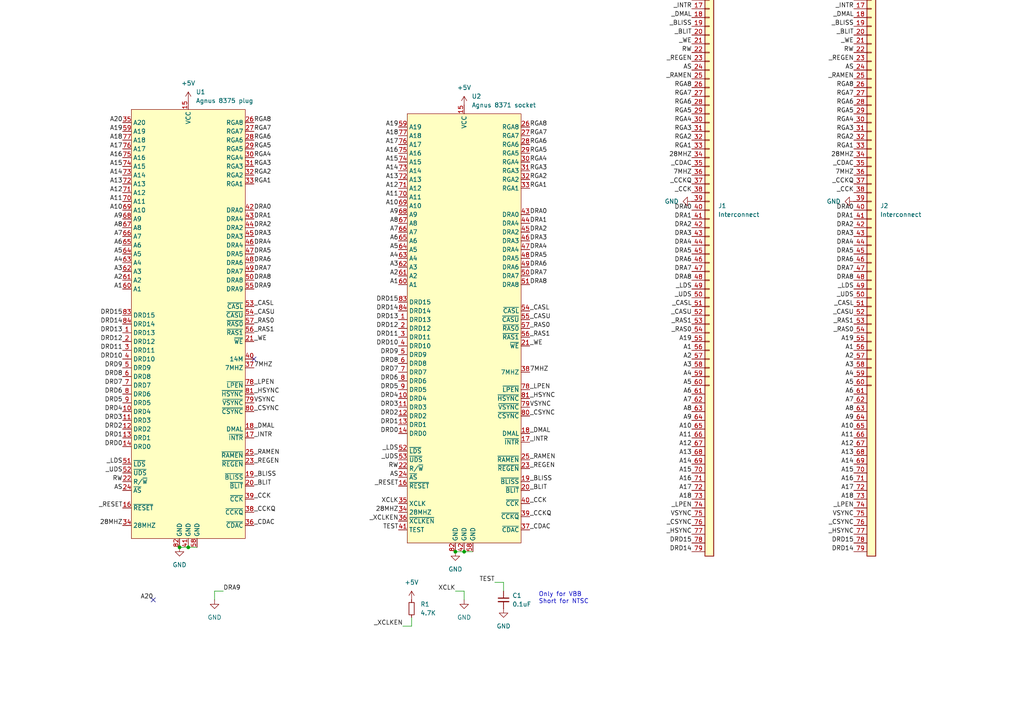
<source format=kicad_sch>
(kicad_sch (version 20231120) (generator "eeschema") (generator_version "8.0")
  (paper "A4")
  (title_block (title "A500+ Agnus retrofit TH version") (date "2024-03-07") (rev "0.1") (company "FLACO 2024 CC-BY-NC-SA") (comment 1 "Agnus 8371/8372A on A500+ motherboard"))
  (lib_symbols
    (symbol "Device:C_Small" (pin_numbers hide) (pin_names (offset 0.254) hide)
      (property "Reference" "C" (at 0.254 1.778 0))
      (property "Value" "C_Small" (at 0.254 -2.032 0))
      (symbol "C_Small_0_1"
        (polyline (pts (xy -1.524 -0.508) (xy 1.524 -0.508)) (stroke (width 0.3302)))
        (polyline (pts (xy -1.524 0.508) (xy 1.524 0.508)) (stroke (width 0.3048)))
      )
      (symbol "C_Small_1_1"
        (pin passive line (at 0 2.54 270) (length 2.032) (name "~") (number "1"))
        (pin passive line (at 0 -2.54 90) (length 2.032) (name "~") (number "2"))
      )
    )
    (symbol "Device:R_Small" (pin_numbers hide) (pin_names (offset 0.254) hide)
      (property "Reference" "R" (at 0.762 0.508 0))
      (property "Value" "R_Small" (at 0.762 -1.016 0))
      (symbol "R_Small_0_1"
        (rectangle (start -0.762 1.778) (end 0.762 -1.778) (stroke (width 0.2032)))
      )
      (symbol "R_Small_1_1"
        (pin passive line (at 0 2.54 270) (length 0.762) (name "~") (number "1"))
        (pin passive line (at 0 -2.54 90) (length 0.762) (name "~") (number "2"))
      )
    )
    (symbol "Sassa:Agnus_8371/2A"
      (property "Reference" "U" (at 0 1.27 0))
      (property "Value" "Agnus 8375" (at 0 -1.27 0))
      (symbol "Agnus_8371/2A_1_1"
        (rectangle (start -16.51 59.69) (end 16.51 -64.77) (fill (type background)))
        (pin bidirectional line (at -19.05 0 0) (length 2.54) (name "DRD13") (number "1"))
        (pin bidirectional line (at -19.05 -22.86 0) (length 2.54) (name "DRD4") (number "10"))
        (pin bidirectional line (at -19.05 -25.4 0) (length 2.54) (name "DRD3") (number "11"))
        (pin bidirectional line (at -19.05 -27.94 0) (length 2.54) (name "DRD2") (number "12"))
        (pin bidirectional line (at -19.05 -30.48 0) (length 2.54) (name "DRD1") (number "13"))
        (pin bidirectional line (at -19.05 -33.02 0) (length 2.54) (name "DRD0") (number "14"))
        (pin power_in line (at 0 62.23 270) (length 2.54) (name "VCC") (number "15"))
        (pin bidirectional line (at -19.05 -48.26 0) (length 2.54) (name "~{RESET}") (number "16"))
        (pin output line (at 19.05 -35.56 180) (length 2.54) (name "~{INTR}") (number "17"))
        (pin input line (at 19.05 -33.02 180) (length 2.54) (name "DMAL") (number "18"))
        (pin output line (at 19.05 -46.99 180) (length 2.54) (name "~{BLISS}") (number "19"))
        (pin bidirectional line (at -19.05 -2.54 0) (length 2.54) (name "DRD12") (number "2"))
        (pin output line (at 19.05 -49.53 180) (length 2.54) (name "~{BLIT}") (number "20"))
        (pin output line (at 19.05 -7.62 180) (length 2.54) (name "~{WE}") (number "21"))
        (pin input line (at -19.05 -43.18 0) (length 2.54) (name "R/~{W}") (number "22"))
        (pin output line (at 19.05 -43.18 180) (length 2.54) (name "~{REGEN}") (number "23"))
        (pin input line (at -19.05 -45.72 0) (length 2.54) (name "~{AS}") (number "24"))
        (pin output line (at 19.05 -40.64 180) (length 2.54) (name "~{RAMEN}") (number "25"))
        (pin bidirectional line (at 19.05 55.88 180) (length 2.54) (name "RGA8") (number "26"))
        (pin bidirectional line (at 19.05 53.34 180) (length 2.54) (name "RGA7") (number "27"))
        (pin bidirectional line (at 19.05 50.8 180) (length 2.54) (name "RGA6") (number "28"))
        (pin bidirectional line (at 19.05 48.26 180) (length 2.54) (name "RGA5") (number "29"))
        (pin bidirectional line (at -19.05 -5.08 0) (length 2.54) (name "DRD11") (number "3"))
        (pin bidirectional line (at 19.05 45.72 180) (length 2.54) (name "RGA4") (number "30"))
        (pin bidirectional line (at 19.05 43.18 180) (length 2.54) (name "RGA3") (number "31"))
        (pin bidirectional line (at 19.05 40.64 180) (length 2.54) (name "RGA2") (number "32"))
        (pin bidirectional line (at 19.05 38.1 180) (length 2.54) (name "RGA1") (number "33"))
        (pin input line (at -19.05 -55.88 0) (length 2.54) (name "28MHZ") (number "34"))
        (pin input line (at -19.05 -53.34 0) (length 2.54) (name "XCLK") (number "35"))
        (pin output line (at -19.05 -58.42 0) (length 2.54) (name "~{XCLKEN}") (number "36"))
        (pin output line (at 19.05 -60.96 180) (length 2.54) (name "~{CDAC}") (number "37"))
        (pin output line (at 19.05 -15.24 180) (length 2.54) (name "7MHZ") (number "38"))
        (pin output line (at 19.05 -57.15 180) (length 2.54) (name "~{CCKQ}") (number "39"))
        (pin bidirectional line (at -19.05 -7.62 0) (length 2.54) (name "DRD10") (number "4"))
        (pin output line (at 19.05 -53.34 180) (length 2.54) (name "~{CCK}") (number "40"))
        (pin input line (at -19.05 -60.96 0) (length 2.54) (name "TEST") (number "41"))
        (pin power_in line (at 0 -67.31 90) (length 2.54) (name "GND") (number "42"))
        (pin output line (at 19.05 30.48 180) (length 2.54) (name "DRA0") (number "43"))
        (pin output line (at 19.05 27.94 180) (length 2.54) (name "DRA4") (number "44"))
        (pin output line (at 19.05 25.4 180) (length 2.54) (name "DRA2") (number "45"))
        (pin output line (at 19.05 22.86 180) (length 2.54) (name "DRA3") (number "46"))
        (pin output line (at 19.05 20.32 180) (length 2.54) (name "DRA4") (number "47"))
        (pin output line (at 19.05 17.78 180) (length 2.54) (name "DRA5") (number "48"))
        (pin output line (at 19.05 15.24 180) (length 2.54) (name "DRA6") (number "49"))
        (pin bidirectional line (at -19.05 -10.16 0) (length 2.54) (name "DRD9") (number "5"))
        (pin output line (at 19.05 12.7 180) (length 2.54) (name "DRA7") (number "50"))
        (pin output line (at 19.05 10.16 180) (length 2.54) (name "DRA8") (number "51"))
        (pin input line (at -19.05 -38.1 0) (length 2.54) (name "~{LDS}") (number "52"))
        (pin input line (at -19.05 -40.64 0) (length 2.54) (name "~{UDS}") (number "53"))
        (pin output line (at 19.05 2.54 180) (length 2.54) (name "~{CASL}") (number "54"))
        (pin output line (at 19.05 0 180) (length 2.54) (name "~{CASU}") (number "55"))
        (pin output line (at 19.05 -5.08 180) (length 2.54) (name "~{RAS1}") (number "56"))
        (pin output line (at 19.05 -2.54 180) (length 2.54) (name "~{RAS0}") (number "57"))
        (pin power_in line (at 2.54 -67.31 90) (length 2.54) (name "GND") (number "58"))
        (pin input line (at -19.05 55.88 0) (length 2.54) (name "A19") (number "59"))
        (pin bidirectional line (at -19.05 -12.7 0) (length 2.54) (name "DRD8") (number "6"))
        (pin input line (at -19.05 10.16 0) (length 2.54) (name "A1") (number "60"))
        (pin input line (at -19.05 12.7 0) (length 2.54) (name "A2") (number "61"))
        (pin input line (at -19.05 15.24 0) (length 2.54) (name "A3") (number "62"))
        (pin input line (at -19.05 17.78 0) (length 2.54) (name "A4") (number "63"))
        (pin input line (at -19.05 20.32 0) (length 2.54) (name "A5") (number "64"))
        (pin input line (at -19.05 22.86 0) (length 2.54) (name "A6") (number "65"))
        (pin input line (at -19.05 25.4 0) (length 2.54) (name "A7") (number "66"))
        (pin input line (at -19.05 27.94 0) (length 2.54) (name "A8") (number "67"))
        (pin input line (at -19.05 30.48 0) (length 2.54) (name "A9") (number "68"))
        (pin input line (at -19.05 33.02 0) (length 2.54) (name "A10") (number "69"))
        (pin bidirectional line (at -19.05 -15.24 0) (length 2.54) (name "DRD7") (number "7"))
        (pin input line (at -19.05 35.56 0) (length 2.54) (name "A11") (number "70"))
        (pin input line (at -19.05 38.1 0) (length 2.54) (name "A12") (number "71"))
        (pin input line (at -19.05 40.64 0) (length 2.54) (name "A13") (number "72"))
        (pin input line (at -19.05 43.18 0) (length 2.54) (name "A14") (number "73"))
        (pin input line (at -19.05 45.72 0) (length 2.54) (name "A15") (number "74"))
        (pin input line (at -19.05 48.26 0) (length 2.54) (name "A16") (number "75"))
        (pin input line (at -19.05 50.8 0) (length 2.54) (name "A17") (number "76"))
        (pin input line (at -19.05 53.34 0) (length 2.54) (name "A18") (number "77"))
        (pin input line (at 19.05 -20.32 180) (length 2.54) (name "~{LPEN}") (number "78"))
        (pin bidirectional line (at 19.05 -25.4 180) (length 2.54) (name "~{VSYNC}") (number "79"))
        (pin bidirectional line (at -19.05 -17.78 0) (length 2.54) (name "DRD6") (number "8"))
        (pin output line (at 19.05 -27.94 180) (length 2.54) (name "~{CSYNC}") (number "80"))
        (pin bidirectional line (at 19.05 -22.86 180) (length 2.54) (name "~{HSYNC}") (number "81"))
        (pin power_in line (at -2.54 -67.31 90) (length 2.54) (name "GND") (number "82"))
        (pin bidirectional line (at -19.05 5.08 0) (length 2.54) (name "DRD15") (number "83"))
        (pin bidirectional line (at -19.05 2.54 0) (length 2.54) (name "DRD14") (number "84"))
        (pin bidirectional line (at -19.05 -20.32 0) (length 2.54) (name "DRD5") (number "9"))
      )
    )
    (symbol "Sassa:Agnus_8375"
      (property "Reference" "U" (at 0 1.27 0))
      (property "Value" "Agnus 8375" (at 0 -1.27 0))
      (symbol "Agnus_8375_1_1"
        (rectangle (start -16.51 59.69) (end 16.51 -64.77) (fill (type background)))
        (pin bidirectional line (at -19.05 -5.08 0) (length 2.54) (name "DRD13") (number "1"))
        (pin bidirectional line (at -19.05 -27.94 0) (length 2.54) (name "DRD4") (number "10"))
        (pin bidirectional line (at -19.05 -30.48 0) (length 2.54) (name "DRD3") (number "11"))
        (pin bidirectional line (at -19.05 -33.02 0) (length 2.54) (name "DRD2") (number "12"))
        (pin bidirectional line (at -19.05 -35.56 0) (length 2.54) (name "DRD1") (number "13"))
        (pin bidirectional line (at -19.05 -38.1 0) (length 2.54) (name "DRD0") (number "14"))
        (pin power_in line (at 0 62.23 270) (length 2.54) (name "VCC") (number "15"))
        (pin bidirectional line (at -19.05 -55.88 0) (length 2.54) (name "~{RESET}") (number "16"))
        (pin output line (at 19.05 -35.56 180) (length 2.54) (name "~{INTR}") (number "17"))
        (pin input line (at 19.05 -33.02 180) (length 2.54) (name "DMAL") (number "18"))
        (pin output line (at 19.05 -46.99 180) (length 2.54) (name "~{BLISS}") (number "19"))
        (pin bidirectional line (at -19.05 -7.62 0) (length 2.54) (name "DRD12") (number "2"))
        (pin output line (at 19.05 -49.53 180) (length 2.54) (name "~{BLIT}") (number "20"))
        (pin output line (at 19.05 -7.62 180) (length 2.54) (name "~{WE}") (number "21"))
        (pin input line (at -19.05 -48.26 0) (length 2.54) (name "R/~{W}") (number "22"))
        (pin output line (at 19.05 -43.18 180) (length 2.54) (name "~{REGEN}") (number "23"))
        (pin input line (at -19.05 -50.8 0) (length 2.54) (name "~{AS}") (number "24"))
        (pin output line (at 19.05 -40.64 180) (length 2.54) (name "~{RAMEN}") (number "25"))
        (pin bidirectional line (at 19.05 55.88 180) (length 2.54) (name "RGA8") (number "26"))
        (pin bidirectional line (at 19.05 53.34 180) (length 2.54) (name "RGA7") (number "27"))
        (pin bidirectional line (at 19.05 50.8 180) (length 2.54) (name "RGA6") (number "28"))
        (pin bidirectional line (at 19.05 48.26 180) (length 2.54) (name "RGA5") (number "29"))
        (pin bidirectional line (at -19.05 -10.16 0) (length 2.54) (name "DRD11") (number "3"))
        (pin bidirectional line (at 19.05 45.72 180) (length 2.54) (name "RGA4") (number "30"))
        (pin bidirectional line (at 19.05 43.18 180) (length 2.54) (name "RGA3") (number "31"))
        (pin bidirectional line (at 19.05 40.64 180) (length 2.54) (name "RGA2") (number "32"))
        (pin bidirectional line (at 19.05 38.1 180) (length 2.54) (name "RGA1") (number "33"))
        (pin input line (at -19.05 -60.96 0) (length 2.54) (name "28MHZ") (number "34"))
        (pin input line (at -19.05 55.88 0) (length 2.54) (name "A20") (number "35"))
        (pin output line (at 19.05 -60.96 180) (length 2.54) (name "~{CDAC}") (number "36"))
        (pin output line (at 19.05 -15.24 180) (length 2.54) (name "7MHZ") (number "37"))
        (pin output line (at 19.05 -57.15 180) (length 2.54) (name "~{CCKQ}") (number "38"))
        (pin output line (at 19.05 -53.34 180) (length 2.54) (name "~{CCK}") (number "39"))
        (pin bidirectional line (at -19.05 -12.7 0) (length 2.54) (name "DRD10") (number "4"))
        (pin output line (at 19.05 -12.7 180) (length 2.54) (name "14M") (number "40"))
        (pin power_in line (at 0 -67.31 90) (length 2.54) (name "GND") (number "41"))
        (pin output line (at 19.05 30.48 180) (length 2.54) (name "DRA0") (number "42"))
        (pin output line (at 19.05 27.94 180) (length 2.54) (name "DRA4") (number "43"))
        (pin output line (at 19.05 25.4 180) (length 2.54) (name "DRA2") (number "44"))
        (pin output line (at 19.05 22.86 180) (length 2.54) (name "DRA3") (number "45"))
        (pin output line (at 19.05 20.32 180) (length 2.54) (name "DRA4") (number "46"))
        (pin output line (at 19.05 17.78 180) (length 2.54) (name "DRA5") (number "47"))
        (pin output line (at 19.05 15.24 180) (length 2.54) (name "DRA6") (number "48"))
        (pin output line (at 19.05 12.7 180) (length 2.54) (name "DRA7") (number "49"))
        (pin bidirectional line (at -19.05 -15.24 0) (length 2.54) (name "DRD9") (number "5"))
        (pin output line (at 19.05 10.16 180) (length 2.54) (name "DRA8") (number "50"))
        (pin input line (at -19.05 -43.18 0) (length 2.54) (name "~{LDS}") (number "51"))
        (pin input line (at -19.05 -45.72 0) (length 2.54) (name "~{UDS}") (number "52"))
        (pin output line (at 19.05 2.54 180) (length 2.54) (name "~{CASL}") (number "53"))
        (pin output line (at 19.05 0 180) (length 2.54) (name "~{CASU}") (number "54"))
        (pin output line (at 19.05 7.62 180) (length 2.54) (name "DRA9") (number "55"))
        (pin output line (at 19.05 -5.08 180) (length 2.54) (name "~{RAS1}") (number "56"))
        (pin output line (at 19.05 -2.54 180) (length 2.54) (name "~{RAS0}") (number "57"))
        (pin power_in line (at 2.54 -67.31 90) (length 2.54) (name "GND") (number "58"))
        (pin input line (at -19.05 53.34 0) (length 2.54) (name "A19") (number "59"))
        (pin bidirectional line (at -19.05 -17.78 0) (length 2.54) (name "DRD8") (number "6"))
        (pin input line (at -19.05 7.62 0) (length 2.54) (name "A1") (number "60"))
        (pin input line (at -19.05 10.16 0) (length 2.54) (name "A2") (number "61"))
        (pin input line (at -19.05 12.7 0) (length 2.54) (name "A3") (number "62"))
        (pin input line (at -19.05 15.24 0) (length 2.54) (name "A4") (number "63"))
        (pin input line (at -19.05 17.78 0) (length 2.54) (name "A5") (number "64"))
        (pin input line (at -19.05 20.32 0) (length 2.54) (name "A6") (number "65"))
        (pin input line (at -19.05 22.86 0) (length 2.54) (name "A7") (number "66"))
        (pin input line (at -19.05 25.4 0) (length 2.54) (name "A8") (number "67"))
        (pin input line (at -19.05 27.94 0) (length 2.54) (name "A9") (number "68"))
        (pin input line (at -19.05 30.48 0) (length 2.54) (name "A10") (number "69"))
        (pin bidirectional line (at -19.05 -20.32 0) (length 2.54) (name "DRD7") (number "7"))
        (pin input line (at -19.05 33.02 0) (length 2.54) (name "A11") (number "70"))
        (pin input line (at -19.05 35.56 0) (length 2.54) (name "A12") (number "71"))
        (pin input line (at -19.05 38.1 0) (length 2.54) (name "A13") (number "72"))
        (pin input line (at -19.05 40.64 0) (length 2.54) (name "A14") (number "73"))
        (pin input line (at -19.05 43.18 0) (length 2.54) (name "A15") (number "74"))
        (pin input line (at -19.05 45.72 0) (length 2.54) (name "A16") (number "75"))
        (pin input line (at -19.05 48.26 0) (length 2.54) (name "A17") (number "76"))
        (pin input line (at -19.05 50.8 0) (length 2.54) (name "A18") (number "77"))
        (pin input line (at 19.05 -20.32 180) (length 2.54) (name "~{LPEN}") (number "78"))
        (pin bidirectional line (at 19.05 -25.4 180) (length 2.54) (name "~{VSYNC}") (number "79"))
        (pin bidirectional line (at -19.05 -22.86 0) (length 2.54) (name "DRD6") (number "8"))
        (pin output line (at 19.05 -27.94 180) (length 2.54) (name "~{CSYNC}") (number "80"))
        (pin bidirectional line (at 19.05 -22.86 180) (length 2.54) (name "~{HSYNC}") (number "81"))
        (pin power_in line (at -2.54 -67.31 90) (length 2.54) (name "GND") (number "82"))
        (pin bidirectional line (at -19.05 0 0) (length 2.54) (name "DRD15") (number "83"))
        (pin bidirectional line (at -19.05 -2.54 0) (length 2.54) (name "DRD14") (number "84"))
        (pin bidirectional line (at -19.05 -25.4 0) (length 2.54) (name "DRD5") (number "9"))
      )
    )
    (symbol "Sassa:Conn_01x79" (pin_names (offset 1.016) hide)
      (property "Reference" "J" (at 0 76.2 0))
      (property "Value" "Conn_01x79" (at 0 -127 0))
      (symbol "Conn_01x79_1_1"
        (rectangle (start -1.27 -76.073) (end 0 -76.327) (stroke (width 0.1524)))
        (rectangle (start -1.27 -73.533) (end 0 -73.787) (stroke (width 0.1524)))
        (rectangle (start -1.27 -70.993) (end 0 -71.247) (stroke (width 0.1524)))
        (rectangle (start -1.27 -68.453) (end 0 -68.707) (stroke (width 0.1524)))
        (rectangle (start -1.27 -65.913) (end 0 -66.167) (stroke (width 0.1524)))
        (rectangle (start -1.27 -63.373) (end 0 -63.627) (stroke (width 0.1524)))
        (rectangle (start -1.27 -60.833) (end 0 -61.087) (stroke (width 0.1524)))
        (rectangle (start -1.27 -58.293) (end 0 -58.547) (stroke (width 0.1524)))
        (rectangle (start -1.27 -55.753) (end 0 -56.007) (stroke (width 0.1524)))
        (rectangle (start -1.27 -53.213) (end 0 -53.467) (stroke (width 0.1524)))
        (rectangle (start -1.27 -50.673) (end 0 -50.927) (stroke (width 0.1524)))
        (rectangle (start -1.27 -48.133) (end 0 -48.387) (stroke (width 0.1524)))
        (rectangle (start -1.27 -45.593) (end 0 -45.847) (stroke (width 0.1524)))
        (rectangle (start -1.27 -43.053) (end 0 -43.307) (stroke (width 0.1524)))
        (rectangle (start -1.27 -40.513) (end 0 -40.767) (stroke (width 0.1524)))
        (rectangle (start -1.27 -37.973) (end 0 -38.227) (stroke (width 0.1524)))
        (rectangle (start -1.27 -35.433) (end 0 -35.687) (stroke (width 0.1524)))
        (rectangle (start -1.27 -32.893) (end 0 -33.147) (stroke (width 0.1524)))
        (rectangle (start -1.27 -30.353) (end 0 -30.607) (stroke (width 0.1524)))
        (rectangle (start -1.27 -27.813) (end 0 -28.067) (stroke (width 0.1524)))
        (rectangle (start -1.27 -25.273) (end 0 -25.527) (stroke (width 0.1524)))
        (rectangle (start -1.27 -22.733) (end 0 -22.987) (stroke (width 0.1524)))
        (rectangle (start -1.27 -20.193) (end 0 -20.447) (stroke (width 0.1524)))
        (rectangle (start -1.27 -17.653) (end 0 -17.907) (stroke (width 0.1524)))
        (rectangle (start -1.27 -15.113) (end 0 -15.367) (stroke (width 0.1524)))
        (rectangle (start -1.27 -12.573) (end 0 -12.827) (stroke (width 0.1524)))
        (rectangle (start -1.27 -10.033) (end 0 -10.287) (stroke (width 0.1524)))
        (rectangle (start -1.27 -7.493) (end 0 -7.747) (stroke (width 0.1524)))
        (rectangle (start -1.27 -4.953) (end 0 -5.207) (stroke (width 0.1524)))
        (rectangle (start -1.27 -2.413) (end 0 -2.667) (stroke (width 0.1524)))
        (rectangle (start -1.27 0.127) (end 0 -0.127) (stroke (width 0.1524)))
        (rectangle (start -1.27 2.667) (end 0 2.413) (stroke (width 0.1524)))
        (rectangle (start -1.27 5.207) (end 0 4.953) (stroke (width 0.1524)))
        (rectangle (start -1.27 7.747) (end 0 7.493) (stroke (width 0.1524)))
        (rectangle (start -1.27 10.287) (end 0 10.033) (stroke (width 0.1524)))
        (rectangle (start -1.27 12.827) (end 0 12.573) (stroke (width 0.1524)))
        (rectangle (start -1.27 15.367) (end 0 15.113) (stroke (width 0.1524)))
        (rectangle (start -1.27 17.907) (end 0 17.653) (stroke (width 0.1524)))
        (rectangle (start -1.27 20.447) (end 0 20.193) (stroke (width 0.1524)))
        (rectangle (start -1.27 22.987) (end 0 22.733) (stroke (width 0.1524)))
        (rectangle (start -1.27 25.527) (end 0 25.273) (stroke (width 0.1524)))
        (rectangle (start -1.27 28.067) (end 0 27.813) (stroke (width 0.1524)))
        (rectangle (start -1.27 30.607) (end 0 30.353) (stroke (width 0.1524)))
        (rectangle (start -1.27 33.147) (end 0 32.893) (stroke (width 0.1524)))
        (rectangle (start -1.27 35.687) (end 0 35.433) (stroke (width 0.1524)))
        (rectangle (start -1.27 38.227) (end 0 37.973) (stroke (width 0.1524)))
        (rectangle (start -1.27 40.767) (end 0 40.513) (stroke (width 0.1524)))
        (rectangle (start -1.27 43.307) (end 0 43.053) (stroke (width 0.1524)))
        (rectangle (start -1.27 45.847) (end 0 45.593) (stroke (width 0.1524)))
        (rectangle (start -1.27 48.387) (end 0 48.133) (stroke (width 0.1524)))
        (rectangle (start -1.27 50.927) (end 0 50.673) (stroke (width 0.1524)))
        (rectangle (start -1.27 53.467) (end 0 53.213) (stroke (width 0.1524)))
        (rectangle (start -1.27 56.007) (end 0 55.753) (stroke (width 0.1524)))
        (rectangle (start -1.27 58.547) (end 0 58.293) (stroke (width 0.1524)))
        (rectangle (start -1.27 61.087) (end 0 60.833) (stroke (width 0.1524)))
        (rectangle (start -1.27 63.627) (end 0 63.373) (stroke (width 0.1524)))
        (rectangle (start -1.27 66.167) (end 0 65.913) (stroke (width 0.1524)))
        (rectangle (start -1.27 68.707) (end 0 68.453) (stroke (width 0.1524)))
        (rectangle (start -1.27 71.247) (end 0 70.993) (stroke (width 0.1524)))
        (rectangle (start -1.27 73.787) (end 0 73.533) (stroke (width 0.1524)))
        (rectangle (start -1.27 74.93) (end 1.27 -125.73) (stroke (width 0.254)) (fill (type background)))
        (pin passive line (at -5.08 73.66 0) (length 3.81) (name "Pin_1") (number "1"))
        (pin passive line (at -5.08 50.8 0) (length 3.81) (name "Pin_10") (number "10"))
        (pin passive line (at -5.08 48.26 0) (length 3.81) (name "Pin_11") (number "11"))
        (pin passive line (at -5.08 45.72 0) (length 3.81) (name "Pin_12") (number "12"))
        (pin passive line (at -5.08 43.18 0) (length 3.81) (name "Pin_13") (number "13"))
        (pin passive line (at -5.08 40.64 0) (length 3.81) (name "Pin_14") (number "14"))
        (pin passive line (at -5.08 38.1 0) (length 3.81) (name "Pin_15") (number "15"))
        (pin passive line (at -5.08 35.56 0) (length 3.81) (name "Pin_16") (number "16"))
        (pin passive line (at -5.08 33.02 0) (length 3.81) (name "Pin_17") (number "17"))
        (pin passive line (at -5.08 30.48 0) (length 3.81) (name "Pin_18") (number "18"))
        (pin passive line (at -5.08 27.94 0) (length 3.81) (name "Pin_19") (number "19"))
        (pin passive line (at -5.08 71.12 0) (length 3.81) (name "Pin_2") (number "2"))
        (pin passive line (at -5.08 25.4 0) (length 3.81) (name "Pin_20") (number "20"))
        (pin passive line (at -5.08 22.86 0) (length 3.81) (name "Pin_21") (number "21"))
        (pin passive line (at -5.08 20.32 0) (length 3.81) (name "Pin_22") (number "22"))
        (pin passive line (at -5.08 17.78 0) (length 3.81) (name "Pin_23") (number "23"))
        (pin passive line (at -5.08 15.24 0) (length 3.81) (name "Pin_24") (number "24"))
        (pin passive line (at -5.08 12.7 0) (length 3.81) (name "Pin_25") (number "25"))
        (pin passive line (at -5.08 10.16 0) (length 3.81) (name "Pin_26") (number "26"))
        (pin passive line (at -5.08 7.62 0) (length 3.81) (name "Pin_27") (number "27"))
        (pin passive line (at -5.08 5.08 0) (length 3.81) (name "Pin_28") (number "28"))
        (pin passive line (at -5.08 2.54 0) (length 3.81) (name "Pin_29") (number "29"))
        (pin passive line (at -5.08 68.58 0) (length 3.81) (name "Pin_3") (number "3"))
        (pin passive line (at -5.08 0 0) (length 3.81) (name "Pin_30") (number "30"))
        (pin passive line (at -5.08 -2.54 0) (length 3.81) (name "Pin_31") (number "31"))
        (pin passive line (at -5.08 -5.08 0) (length 3.81) (name "Pin_32") (number "32"))
        (pin passive line (at -5.08 -7.62 0) (length 3.81) (name "Pin_33") (number "33"))
        (pin passive line (at -5.08 -10.16 0) (length 3.81) (name "Pin_34") (number "34"))
        (pin passive line (at -5.08 -12.7 0) (length 3.81) (name "Pin_35") (number "35"))
        (pin passive line (at -5.08 -15.24 0) (length 3.81) (name "Pin_36") (number "36"))
        (pin passive line (at -5.08 -17.78 0) (length 3.81) (name "Pin_37") (number "37"))
        (pin passive line (at -5.08 -20.32 0) (length 3.81) (name "Pin_38") (number "38"))
        (pin passive line (at -5.08 -22.86 0) (length 3.81) (name "Pin_39") (number "39"))
        (pin passive line (at -5.08 66.04 0) (length 3.81) (name "Pin_4") (number "4"))
        (pin passive line (at -5.08 -25.4 0) (length 3.81) (name "Pin_40") (number "40"))
        (pin passive line (at -5.08 -27.94 0) (length 3.81) (name "Pin_41") (number "41"))
        (pin passive line (at -5.08 -30.48 0) (length 3.81) (name "Pin_42") (number "42"))
        (pin passive line (at -5.08 -33.02 0) (length 3.81) (name "Pin_43") (number "43"))
        (pin passive line (at -5.08 -35.56 0) (length 3.81) (name "Pin_44") (number "44"))
        (pin passive line (at -5.08 -38.1 0) (length 3.81) (name "Pin_45") (number "45"))
        (pin passive line (at -5.08 -40.64 0) (length 3.81) (name "Pin_46") (number "46"))
        (pin passive line (at -5.08 -43.18 0) (length 3.81) (name "Pin_47") (number "47"))
        (pin passive line (at -5.08 -45.72 0) (length 3.81) (name "Pin_48") (number "48"))
        (pin passive line (at -5.08 -48.26 0) (length 3.81) (name "Pin_49") (number "49"))
        (pin passive line (at -5.08 63.5 0) (length 3.81) (name "Pin_5") (number "5"))
        (pin passive line (at -5.08 -50.8 0) (length 3.81) (name "Pin_50") (number "50"))
        (pin passive line (at -5.08 -53.34 0) (length 3.81) (name "Pin_51") (number "51"))
        (pin passive line (at -5.08 -55.88 0) (length 3.81) (name "Pin_52") (number "52"))
        (pin passive line (at -5.08 -58.42 0) (length 3.81) (name "Pin_53") (number "53"))
        (pin passive line (at -5.08 -60.96 0) (length 3.81) (name "Pin_54") (number "54"))
        (pin passive line (at -5.08 -63.5 0) (length 3.81) (name "Pin_55") (number "55"))
        (pin passive line (at -5.08 -66.04 0) (length 3.81) (name "Pin_56") (number "56"))
        (pin passive line (at -5.08 -68.58 0) (length 3.81) (name "Pin_57") (number "57"))
        (pin passive line (at -5.08 -71.12 0) (length 3.81) (name "Pin_58") (number "58"))
        (pin passive line (at -5.08 -73.66 0) (length 3.81) (name "Pin_59") (number "59"))
        (pin passive line (at -5.08 60.96 0) (length 3.81) (name "Pin_6") (number "6"))
        (pin passive line (at -5.08 -76.2 0) (length 3.81) (name "Pin_60") (number "60"))
        (pin passive line (at -5.08 -78.74 0) (length 3.81) (name "Pin_41") (number "61"))
        (pin passive line (at -5.08 -81.28 0) (length 3.81) (name "Pin_42") (number "62"))
        (pin passive line (at -5.08 -83.82 0) (length 3.81) (name "Pin_43") (number "63"))
        (pin passive line (at -5.08 -86.36 0) (length 3.81) (name "Pin_44") (number "64"))
        (pin passive line (at -5.08 -88.9 0) (length 3.81) (name "Pin_45") (number "65"))
        (pin passive line (at -5.08 -91.44 0) (length 3.81) (name "Pin_46") (number "66"))
        (pin passive line (at -5.08 -93.98 0) (length 3.81) (name "Pin_47") (number "67"))
        (pin passive line (at -5.08 -96.52 0) (length 3.81) (name "Pin_48") (number "68"))
        (pin passive line (at -5.08 -99.06 0) (length 3.81) (name "Pin_49") (number "69"))
        (pin passive line (at -5.08 58.42 0) (length 3.81) (name "Pin_7") (number "7"))
        (pin passive line (at -5.08 -101.6 0) (length 3.81) (name "Pin_50") (number "70"))
        (pin passive line (at -5.08 -104.14 0) (length 3.81) (name "Pin_51") (number "71"))
        (pin passive line (at -5.08 -106.68 0) (length 3.81) (name "Pin_52") (number "72"))
        (pin passive line (at -5.08 -109.22 0) (length 3.81) (name "Pin_53") (number "73"))
        (pin passive line (at -5.08 -111.76 0) (length 3.81) (name "Pin_54") (number "74"))
        (pin passive line (at -5.08 -114.3 0) (length 3.81) (name "Pin_55") (number "75"))
        (pin passive line (at -5.08 -116.84 0) (length 3.81) (name "Pin_56") (number "76"))
        (pin passive line (at -5.08 -119.38 0) (length 3.81) (name "Pin_57") (number "77"))
        (pin passive line (at -5.08 -121.92 0) (length 3.81) (name "Pin_58") (number "78"))
        (pin passive line (at -5.08 -124.46 0) (length 3.81) (name "Pin_58") (number "79"))
        (pin passive line (at -5.08 55.88 0) (length 3.81) (name "Pin_8") (number "8"))
        (pin passive line (at -5.08 53.34 0) (length 3.81) (name "Pin_9") (number "9"))
      )
    )
    (symbol "power:+5V" (power) (pin_numbers hide) (pin_names (offset 0) hide)
      (property "Value" "+5V" (at 0 3.556 0))
      (symbol "+5V_0_1"
        (polyline (pts (xy -0.762 1.27) (xy 0 2.54)))
        (polyline (pts (xy 0 0) (xy 0 2.54)))
        (polyline (pts (xy 0 2.54) (xy 0.762 1.27)))
      )
      (symbol "+5V_1_1"
        (pin power_in line (at 0 0 90) (length 0) (name "~") (number "1"))
      )
    )
    (symbol "power:GND" (power) (pin_numbers hide) (pin_names (offset 0) hide)
      (property "Value" "GND" (at 0 -3.81 0))
      (symbol "GND_0_1"
        (polyline (pts (xy 0 0) (xy 0 -1.27) (xy 1.27 -1.27) (xy 0 -2.54) (xy -1.27 -1.27) (xy 0 -1.27)))
      )
      (symbol "GND_1_1"
        (pin power_in line (at 0 0 270) (length 0) (name "~") (number "1"))
      )
    )
  )
  (junction (at 52.07 158.75))
  (junction (at 132.08 160.02))
  (junction (at 54.61 158.75))
  (junction (at 134.62 160.02))
  (no_connect (at 44.45 173.99))
  (no_connect (at 73.66 104.14))
  (wire (pts (xy 62.23 171.45) (xy 62.23 173.99)))
  (wire (pts (xy 146.05 171.45) (xy 146.05 168.91)))
  (wire (pts (xy 54.61 158.75) (xy 57.15 158.75)))
  (wire (pts (xy 134.62 160.02) (xy 137.16 160.02)))
  (wire (pts (xy 64.77 171.45) (xy 62.23 171.45)))
  (wire (pts (xy 132.08 171.45) (xy 134.62 171.45)))
  (wire (pts (xy 134.62 171.45) (xy 134.62 173.99)))
  (wire (pts (xy 146.05 168.91) (xy 143.51 168.91)))
  (wire (pts (xy 52.07 158.75) (xy 54.61 158.75)))
  (wire (pts (xy 119.38 181.61) (xy 116.84 181.61)))
  (wire (pts (xy 132.08 160.02) (xy 134.62 160.02)))
  (wire (pts (xy 119.38 179.07) (xy 119.38 181.61)))
  (text "Only for VBB\nShort for NTSC" (at 156.21 175.26 0) (effects (font (size 1.27 1.27)) (justify left bottom)))
  (label "_BLISS" (at 153.67 139.7 0))
  (label "DRD14" (at 35.56 93.98 180))
  (label "RGA1" (at 200.66 43.18 180))
  (label "A14" (at 200.66 134.62 180))
  (label "A17" (at 200.66 142.24 180))
  (label "DRD7" (at 200.66 -22.86 180))
  (label "VSYNC" (at 153.67 118.11 0))
  (label "_CASL" (at 247.65 88.9 180))
  (label "A6" (at 200.66 114.3 180))
  (label "DRA6" (at 247.65 76.2 180))
  (label "A19" (at 115.57 36.83 180))
  (label "_RAS1" (at 247.65 93.98 180))
  (label "DRD15" (at 35.56 91.44 180))
  (label "DRD15" (at 200.66 157.48 180))
  (label "A4" (at 247.65 109.22 180))
  (label "_HSYNC" (at 200.66 154.94 180))
  (label "A7" (at 247.65 116.84 180))
  (label "DRD9" (at 115.57 102.87 180))
  (label "DRD1" (at 247.65 -7.62 180))
  (label "A6" (at 35.56 71.12 180))
  (label "A18" (at 35.56 40.64 180))
  (label "_RAS0" (at 73.66 93.98 0))
  (label "A1" (at 200.66 101.6 180))
  (label "RGA5" (at 73.66 43.18 0))
  (label "RGA4" (at 73.66 45.72 0))
  (label "DRD7" (at 35.56 111.76 180))
  (label "DRD12" (at 247.65 -35.56 180))
  (label "A14" (at 115.57 49.53 180))
  (label "A13" (at 35.56 53.34 180))
  (label "_CASL" (at 153.67 90.17 0))
  (label "RGA6" (at 200.66 30.48 180))
  (label "_RAS0" (at 153.67 95.25 0))
  (label "DRA1" (at 73.66 63.5 0))
  (label "RGA1" (at 73.66 53.34 0))
  (label "DRA0" (at 247.65 60.96 180))
  (label "A5" (at 200.66 111.76 180))
  (label "A12" (at 35.56 55.88 180))
  (label "A1" (at 247.65 101.6 180))
  (label "_CASU" (at 73.66 91.44 0))
  (label "_BLIT" (at 200.66 10.16 180))
  (label "RGA7" (at 73.66 38.1 0))
  (label "DRA5" (at 247.65 73.66 180))
  (label "RGA2" (at 153.67 52.07 0))
  (label "VSYNC" (at 73.66 116.84 0))
  (label "A6" (at 247.65 114.3 180))
  (label "_DMAL" (at 153.67 125.73 0))
  (label "_RAMEN" (at 73.66 132.08 0))
  (label "DRD5" (at 35.56 116.84 180))
  (label "DRD11" (at 35.56 101.6 180))
  (label "A15" (at 247.65 137.16 180))
  (label "A14" (at 35.56 50.8 180))
  (label "A3" (at 200.66 106.68 180))
  (label "DRD10" (at 35.56 104.14 180))
  (label "RGA7" (at 200.66 27.94 180))
  (label "RGA5" (at 200.66 33.02 180))
  (label "_RAMEN" (at 200.66 22.86 180))
  (label "_REGEN" (at 153.67 135.89 0))
  (label "_BLIT" (at 73.66 140.97 0))
  (label "RGA2" (at 73.66 50.8 0))
  (label "DRA2" (at 200.66 66.04 180))
  (label "_RESET" (at 200.66 0 180))
  (label "A18" (at 115.57 39.37 180))
  (label "_XCLKEN" (at 115.57 151.13 180))
  (label "DRA7" (at 153.67 80.01 0))
  (label "7MHZ" (at 247.65 50.8 180))
  (label "_INTR" (at 247.65 2.54 180))
  (label "DRD10" (at 200.66 -30.48 180))
  (label "_UDS" (at 247.65 86.36 180))
  (label "DRD11" (at 247.65 -33.02 180))
  (label "DRA4" (at 200.66 71.12 180))
  (label "A15" (at 35.56 48.26 180))
  (label "RGA3" (at 247.65 38.1 180))
  (label "A8" (at 35.56 66.04 180))
  (label "A11" (at 35.56 58.42 180))
  (label "DRA3" (at 247.65 68.58 180))
  (label "DRA8" (at 73.66 81.28 0))
  (label "DRD7" (at 115.57 107.95 180))
  (label "DRD0" (at 200.66 -5.08 180))
  (label "_DMAL" (at 200.66 5.08 180))
  (label "A9" (at 247.65 121.92 180))
  (label "A2" (at 115.57 80.01 180))
  (label "_WE" (at 153.67 100.33 0))
  (label "DRA6" (at 73.66 76.2 0))
  (label "A19" (at 35.56 38.1 180))
  (label "28MHZ" (at 115.57 148.59 180))
  (label "A16" (at 247.65 139.7 180))
  (label "RGA8" (at 247.65 25.4 180))
  (label "A16" (at 115.57 44.45 180))
  (label "RW" (at 247.65 15.24 180))
  (label "A10" (at 247.65 124.46 180))
  (label "DRD11" (at 200.66 -33.02 180))
  (label "RGA4" (at 247.65 35.56 180))
  (label "DRD6" (at 115.57 110.49 180))
  (label "RGA1" (at 247.65 43.18 180))
  (label "DRD3" (at 35.56 121.92 180))
  (label "_HSYNC" (at 247.65 154.94 180))
  (label "DRA2" (at 73.66 66.04 0))
  (label "_HSYNC" (at 73.66 114.3 0))
  (label "DRD15" (at 247.65 157.48 180))
  (label "RGA2" (at 200.66 40.64 180))
  (label "A19" (at 200.66 99.06 180))
  (label "DRA9" (at 64.77 171.45 0))
  (label "DRD8" (at 247.65 -25.4 180))
  (label "A11" (at 247.65 127 180))
  (label "DRA5" (at 153.67 74.93 0))
  (label "A9" (at 200.66 121.92 180))
  (label "_RESET" (at 247.65 0 180))
  (label "A10" (at 200.66 124.46 180))
  (label "_CCKQ" (at 153.67 149.86 0))
  (label "DRD13" (at 200.66 -38.1 180))
  (label "_LDS" (at 247.65 83.82 180))
  (label "AS" (at 200.66 20.32 180))
  (label "A10" (at 115.57 59.69 180))
  (label "DRD8" (at 115.57 105.41 180))
  (label "DRA4" (at 73.66 71.12 0))
  (label "DRD10" (at 115.57 100.33 180))
  (label "A18" (at 247.65 144.78 180))
  (label "_LDS" (at 35.56 134.62 180))
  (label "RGA1" (at 153.67 54.61 0))
  (label "A16" (at 35.56 45.72 180))
  (label "RGA6" (at 73.66 40.64 0))
  (label "_REGEN" (at 73.66 134.62 0))
  (label "DRD5" (at 247.65 -17.78 180))
  (label "DRA3" (at 200.66 68.58 180))
  (label "A2" (at 247.65 104.14 180))
  (label "_INTR" (at 153.67 128.27 0))
  (label "DRD11" (at 115.57 97.79 180))
  (label "A4" (at 200.66 109.22 180))
  (label "DRD9" (at 35.56 106.68 180))
  (label "DRA9" (at 73.66 83.82 0))
  (label "DRA8" (at 247.65 81.28 180))
  (label "A3" (at 115.57 77.47 180))
  (label "DRD5" (at 200.66 -17.78 180))
  (label "_RAMEN" (at 153.67 133.35 0))
  (label "DRD14" (at 247.65 160.02 180))
  (label "DRD2" (at 35.56 124.46 180))
  (label "A17" (at 247.65 142.24 180))
  (label "RGA8" (at 200.66 25.4 180))
  (label "DRA4" (at 247.65 71.12 180))
  (label "A2" (at 200.66 104.14 180))
  (label "A6" (at 115.57 69.85 180))
  (label "XCLK" (at 115.57 146.05 180))
  (label "DRD1" (at 200.66 -7.62 180))
  (label "A10" (at 35.56 60.96 180))
  (label "A12" (at 115.57 54.61 180))
  (label "RGA6" (at 247.65 30.48 180))
  (label "A19" (at 247.65 99.06 180))
  (label "A9" (at 115.57 62.23 180))
  (label "28MHZ" (at 200.66 45.72 180))
  (label "DRD4" (at 35.56 119.38 180))
  (label "A3" (at 247.65 106.68 180))
  (label "RW" (at 35.56 139.7 180))
  (label "TEST" (at 143.51 168.91 180))
  (label "_RAS0" (at 247.65 96.52 180))
  (label "_UDS" (at 35.56 137.16 180))
  (label "RGA7" (at 247.65 27.94 180))
  (label "_CASL" (at 73.66 88.9 0))
  (label "_INTR" (at 200.66 2.54 180))
  (label "A20" (at 35.56 35.56 180))
  (label "DRA7" (at 200.66 78.74 180))
  (label "A8" (at 247.65 119.38 180))
  (label "_CDAC" (at 247.65 48.26 180))
  (label "_XCLKEN" (at 116.84 181.61 180))
  (label "_CDAC" (at 200.66 48.26 180))
  (label "_CCK" (at 153.67 146.05 0))
  (label "DRD6" (at 35.56 114.3 180))
  (label "A11" (at 200.66 127 180))
  (label "DRD2" (at 200.66 -10.16 180))
  (label "_LPEN" (at 200.66 147.32 180))
  (label "DRA3" (at 153.67 69.85 0))
  (label "RW" (at 200.66 15.24 180))
  (label "_CDAC" (at 153.67 153.67 0))
  (label "A5" (at 35.56 73.66 180))
  (label "RGA7" (at 153.67 39.37 0))
  (label "DRD9" (at 247.65 -27.94 180))
  (label "_BLISS" (at 200.66 7.62 180))
  (label "A13" (at 247.65 132.08 180))
  (label "XCLK" (at 132.08 171.45 180))
  (label "_LPEN" (at 247.65 147.32 180))
  (label "_RAS1" (at 153.67 97.79 0))
  (label "RGA3" (at 73.66 48.26 0))
  (label "_DMAL" (at 73.66 124.46 0))
  (label "_WE" (at 73.66 99.06 0))
  (label "_WE" (at 200.66 12.7 180))
  (label "A7" (at 115.57 67.31 180))
  (label "DRA1" (at 153.67 64.77 0))
  (label "RGA3" (at 200.66 38.1 180))
  (label "RGA3" (at 153.67 49.53 0))
  (label "VSYNC" (at 200.66 149.86 180))
  (label "DRD7" (at 247.65 -22.86 180))
  (label "A7" (at 35.56 68.58 180))
  (label "DRA5" (at 73.66 73.66 0))
  (label "RGA8" (at 73.66 35.56 0))
  (label "DRD2" (at 247.65 -10.16 180))
  (label "_CSYNC" (at 153.67 120.65 0))
  (label "DRD13" (at 35.56 96.52 180))
  (label "28MHZ" (at 247.65 45.72 180))
  (label "_BLISS" (at 247.65 7.62 180))
  (label "_RAMEN" (at 247.65 22.86 180))
  (label "7MHZ" (at 73.66 106.68 0))
  (label "AS" (at 115.57 138.43 180))
  (label "DRD3" (at 200.66 -12.7 180))
  (label "DRD9" (at 200.66 -27.94 180))
  (label "A5" (at 247.65 111.76 180))
  (label "VSYNC" (at 247.65 149.86 180))
  (label "_RAS1" (at 73.66 96.52 0))
  (label "_CSYNC" (at 73.66 119.38 0))
  (label "A17" (at 35.56 43.18 180))
  (label "_CASU" (at 200.66 91.44 180))
  (label "DRA5" (at 200.66 73.66 180))
  (label "RGA4" (at 200.66 35.56 180))
  (label "_BLISS" (at 73.66 138.43 0))
  (label "DRA2" (at 153.67 67.31 0))
  (label "DRA3" (at 73.66 68.58 0))
  (label "DRD12" (at 35.56 99.06 180))
  (label "DRA1" (at 200.66 63.5 180))
  (label "_RAS1" (at 200.66 93.98 180))
  (label "_LDS" (at 115.57 130.81 180))
  (label "DRA0" (at 200.66 60.96 180))
  (label "AS" (at 35.56 142.24 180))
  (label "A17" (at 115.57 41.91 180))
  (label "DRA7" (at 73.66 78.74 0))
  (label "DRD13" (at 247.65 -38.1 180))
  (label "_LPEN" (at 153.67 113.03 0))
  (label "DRD2" (at 115.57 120.65 180))
  (label "DRD12" (at 115.57 95.25 180))
  (label "_RESET" (at 115.57 140.97 180))
  (label "_REGEN" (at 200.66 17.78 180))
  (label "_INTR" (at 73.66 127 0))
  (label "A20" (at 44.45 173.99 180))
  (label "A2" (at 35.56 81.28 180))
  (label "_CDAC" (at 73.66 152.4 0))
  (label "_CASU" (at 247.65 91.44 180))
  (label "A3" (at 35.56 78.74 180))
  (label "A15" (at 115.57 46.99 180))
  (label "_CSYNC" (at 200.66 152.4 180))
  (label "7MHZ" (at 153.67 107.95 0))
  (label "_WE" (at 247.65 12.7 180))
  (label "_CCKQ" (at 247.65 53.34 180))
  (label "_BLIT" (at 153.67 142.24 0))
  (label "_CCK" (at 247.65 55.88 180))
  (label "DRD1" (at 115.57 123.19 180))
  (label "RW" (at 115.57 135.89 180))
  (label "DRD10" (at 247.65 -30.48 180))
  (label "A9" (at 35.56 63.5 180))
  (label "DRD0" (at 115.57 125.73 180))
  (label "28MHZ" (at 35.56 152.4 180))
  (label "RGA4" (at 153.67 46.99 0))
  (label "A15" (at 200.66 137.16 180))
  (label "RGA8" (at 153.67 36.83 0))
  (label "A7" (at 200.66 116.84 180))
  (label "DRD4" (at 200.66 -15.24 180))
  (label "DRA8" (at 200.66 81.28 180))
  (label "A12" (at 247.65 129.54 180))
  (label "A5" (at 115.57 72.39 180))
  (label "_REGEN" (at 247.65 17.78 180))
  (label "DRD13" (at 115.57 92.71 180))
  (label "DRD6" (at 200.66 -20.32 180))
  (label "_CCKQ" (at 73.66 148.59 0))
  (label "DRD4" (at 247.65 -15.24 180))
  (label "7MHZ" (at 200.66 50.8 180))
  (label "_LPEN" (at 73.66 111.76 0))
  (label "DRD3" (at 247.65 -12.7 180))
  (label "DRD0" (at 35.56 129.54 180))
  (label "_CASL" (at 200.66 88.9 180))
  (label "_UDS" (at 115.57 133.35 180))
  (label "DRD14" (at 200.66 160.02 180))
  (label "_CSYNC" (at 247.65 152.4 180))
  (label "DRD8" (at 35.56 109.22 180))
  (label "A18" (at 200.66 144.78 180))
  (label "RGA5" (at 153.67 44.45 0))
  (label "_CCK" (at 200.66 55.88 180))
  (label "RGA5" (at 247.65 33.02 180))
  (label "AS" (at 247.65 20.32 180))
  (label "DRD14" (at 115.57 90.17 180))
  (label "DRA7" (at 247.65 78.74 180))
  (label "A14" (at 247.65 134.62 180))
  (label "DRA1" (at 247.65 63.5 180))
  (label "A1" (at 115.57 82.55 180))
  (label "_RESET" (at 35.56 147.32 180))
  (label "_DMAL" (at 247.65 5.08 180))
  (label "_BLIT" (at 247.65 10.16 180))
  (label "DRA4" (at 153.67 72.39 0))
  (label "A11" (at 115.57 57.15 180))
  (label "A4" (at 115.57 74.93 180))
  (label "DRA0" (at 73.66 60.96 0))
  (label "DRA2" (at 247.65 66.04 180))
  (label "DRD6" (at 247.65 -20.32 180))
  (label "_LDS" (at 200.66 83.82 180))
  (label "DRD1" (at 35.56 127 180))
  (label "DRD3" (at 115.57 118.11 180))
  (label "DRD15" (at 115.57 87.63 180))
  (label "DRD5" (at 115.57 113.03 180))
  (label "A4" (at 35.56 76.2 180))
  (label "_HSYNC" (at 153.67 115.57 0))
  (label "_CCK" (at 73.66 144.78 0))
  (label "DRA8" (at 153.67 82.55 0))
  (label "RGA6" (at 153.67 41.91 0))
  (label "A13" (at 115.57 52.07 180))
  (label "DRA0" (at 153.67 62.23 0))
  (label "_CCKQ" (at 200.66 53.34 180))
  (label "DRA6" (at 153.67 77.47 0))
  (label "A12" (at 200.66 129.54 180))
  (label "_UDS" (at 200.66 86.36 180))
  (label "A8" (at 115.57 64.77 180))
  (label "A16" (at 200.66 139.7 180))
  (label "DRD8" (at 200.66 -25.4 180))
  (label "A1" (at 35.56 83.82 180))
  (label "DRD12" (at 200.66 -35.56 180))
  (label "_CASU" (at 153.67 92.71 0))
  (label "DRA6" (at 200.66 76.2 180))
  (label "A8" (at 200.66 119.38 180))
  (label "A13" (at 200.66 132.08 180))
  (label "TEST" (at 115.57 153.67 180))
  (label "RGA2" (at 247.65 40.64 180))
  (label "DRD0" (at 247.65 -5.08 180))
  (label "DRD4" (at 115.57 115.57 180))
  (label "_RAS0" (at 200.66 96.52 180))
  (symbol (lib_id "power:+5V") (at 200.66 -2.54 90) (unit 1)
    (property "Reference" "#PWR010" (effects (hide yes)))
    (property "Value" "+5V" (at 196.85 -2.5401 90) (effects (justify left)))
    (property "Description" "Power symbol creates a global label with name \"+5V\"" (effects (hide yes)))
  )
  (symbol (lib_id "Sassa:Conn_01x79") (at 205.74 35.56 0) (unit 1)
    (property "Reference" "J1" (at 208.28 59.6899 0) (effects (justify left)))
    (property "Value" "Interconnect" (at 208.28 62.2299 0) (effects (justify left)))
    (property "Footprint" "Sassa:A500+_Agnus_retrofit_interconnect" (effects (hide yes)))
    (property "Description" "\"Generic connector, single row, 01x60, script generated\"" (effects (hide yes)))
  )
  (symbol (lib_id "power:+5V") (at 119.38 173.99 0) (unit 1)
    (property "Reference" "#PWR05" (effects (hide yes)))
    (property "Value" "+5V" (at 119.38 168.91 0))
    (property "Description" "Power symbol creates a global label with name \"+5V\"" (effects (hide yes)))
  )
  (symbol (lib_id "power:GND") (at 62.23 173.99 0) (unit 1)
    (property "Reference" "#PWR07" (effects (hide yes)))
    (property "Value" "GND" (at 62.23 179.07 0))
    (property "Description" "Power symbol creates a global label with name \"GND\" , ground" (effects (hide yes)))
  )
  (symbol (lib_id "power:GND") (at 200.66 58.42 270) (unit 1)
    (property "Reference" "#PWR09" (effects (hide yes)))
    (property "Value" "GND" (at 196.85 58.4199 90) (effects (justify right)))
    (property "Description" "Power symbol creates a global label with name \"GND\" , ground" (effects (hide yes)))
  )
  (symbol (lib_id "power:+5V") (at 54.61 29.21 0) (unit 1)
    (property "Reference" "#PWR01" (effects (hide yes)))
    (property "Value" "+5V" (at 54.61 24.13 0))
    (property "Description" "Power symbol creates a global label with name \"+5V\"" (effects (hide yes)))
  )
  (symbol (lib_id "power:+5V") (at 134.62 30.48 0) (unit 1)
    (property "Reference" "#PWR03" (effects (hide yes)))
    (property "Value" "+5V" (at 134.62 25.4 0))
    (property "Description" "Power symbol creates a global label with name \"+5V\"" (effects (hide yes)))
  )
  (symbol (lib_id "Sassa:Agnus_8375") (at 54.61 91.44 0) (unit 1)
    (property "Reference" "U1" (at 56.8041 26.67 0) (effects (justify left)))
    (property "Value" "Agnus 8375 plug" (at 56.8041 29.21 0) (effects (justify left)))
    (property "Footprint" "Sassa:A500+_Agnus_retrofit_plug" (effects (hide yes)))
  )
  (symbol (lib_id "power:GND") (at 247.65 58.42 270) (unit 1)
    (property "Reference" "#PWR012" (effects (hide yes)))
    (property "Value" "GND" (at 243.84 58.4199 90) (effects (justify right)))
    (property "Description" "Power symbol creates a global label with name \"GND\" , ground" (effects (hide yes)))
  )
  (symbol (lib_id "power:+5V") (at 247.65 -2.54 90) (unit 1)
    (property "Reference" "#PWR011" (effects (hide yes)))
    (property "Value" "+5V" (at 243.84 -2.5401 90) (effects (justify left)))
    (property "Description" "Power symbol creates a global label with name \"+5V\"" (effects (hide yes)))
  )
  (symbol (lib_id "power:GND") (at 132.08 160.02 0) (unit 1)
    (property "Reference" "#PWR04" (effects (hide yes)))
    (property "Value" "GND" (at 132.08 165.1 0))
    (property "Description" "Power symbol creates a global label with name \"GND\" , ground" (effects (hide yes)))
  )
  (symbol (lib_id "Device:C_Small") (at 146.05 173.99 0) (unit 1)
    (property "Reference" "C1" (at 148.59 172.7263 0) (effects (justify left)))
    (property "Value" "0.1uF" (at 148.59 175.2663 0) (effects (justify left)))
    (property "Footprint" "Sassa:C_0805_2012Metric_shortable" (effects (hide yes)))
  )
  (symbol (lib_id "Device:R_Small") (at 119.38 176.53 0) (unit 1)
    (property "Reference" "R1" (at 121.92 175.26 0) (effects (justify left)))
    (property "Value" "4.7K" (at 121.92 177.8 0) (effects (justify left)))
    (property "Footprint" "Sassa:C_0805_2012Metric_shortable" (effects (hide yes)))
  )
  (symbol (lib_id "power:GND") (at 134.62 173.99 0) (unit 1)
    (property "Reference" "#PWR06" (effects (hide yes)))
    (property "Value" "GND" (at 134.62 179.07 0))
    (property "Description" "Power symbol creates a global label with name \"GND\" , ground" (effects (hide yes)))
  )
  (symbol (lib_id "Sassa:Agnus_8371/2A") (at 134.62 92.71 0) (unit 1)
    (property "Reference" "U2" (at 136.8141 27.94 0) (effects (justify left)))
    (property "Value" "Agnus 8371 socket" (at 136.8141 30.48 0) (effects (justify left)))
    (property "Footprint" "Package_LCC:PLCC-84_THT-Socket" (effects (hide yes)))
  )
  (symbol (lib_id "power:GND") (at 52.07 158.75 0) (unit 1)
    (property "Reference" "#PWR02" (effects (hide yes)))
    (property "Value" "GND" (at 52.07 163.83 0))
    (property "Description" "Power symbol creates a global label with name \"GND\" , ground" (effects (hide yes)))
  )
  (symbol (lib_id "power:GND") (at 146.05 176.53 0) (unit 1)
    (property "Reference" "#PWR08" (effects (hide yes)))
    (property "Value" "GND" (at 146.05 181.61 0))
    (property "Description" "Power symbol creates a global label with name \"GND\" , ground" (effects (hide yes)))
  )
  (symbol (lib_id "Sassa:Conn_01x79") (at 252.73 35.56 0) (unit 1)
    (property "Reference" "J2" (at 255.27 59.6899 0) (effects (justify left)))
    (property "Value" "Interconnect" (at 255.27 62.2299 0) (effects (justify left)))
    (property "Footprint" "Sassa:A500+_Agnus_retrofit_interconnect" (effects (hide yes)))
    (property "Description" "\"Generic connector, single row, 01x60, script generated\"" (effects (hide yes)))
  )
)
</source>
